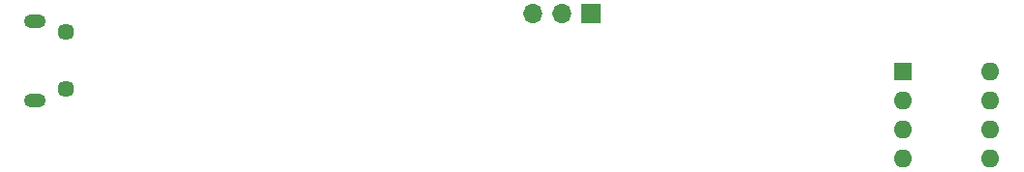
<source format=gbr>
%TF.GenerationSoftware,KiCad,Pcbnew,(7.0.0)*%
%TF.CreationDate,2023-06-08T20:43:27-04:00*%
%TF.ProjectId,tft controller new,74667420-636f-46e7-9472-6f6c6c657220,rev?*%
%TF.SameCoordinates,Original*%
%TF.FileFunction,Soldermask,Bot*%
%TF.FilePolarity,Negative*%
%FSLAX46Y46*%
G04 Gerber Fmt 4.6, Leading zero omitted, Abs format (unit mm)*
G04 Created by KiCad (PCBNEW (7.0.0)) date 2023-06-08 20:43:27*
%MOMM*%
%LPD*%
G01*
G04 APERTURE LIST*
%ADD10O,1.600000X1.600000*%
%ADD11R,1.600000X1.600000*%
%ADD12R,1.700000X1.700000*%
%ADD13O,1.700000X1.700000*%
%ADD14O,1.900000X1.200000*%
%ADD15C,1.450000*%
G04 APERTURE END LIST*
D10*
%TO.C,SW3*%
X145319999Y-98959999D03*
X145319999Y-101499999D03*
X145319999Y-104039999D03*
X145319999Y-106579999D03*
X137699999Y-106579999D03*
X137699999Y-104039999D03*
X137699999Y-101499999D03*
D11*
X137699999Y-98959999D03*
%TD*%
D12*
%TO.C,J3*%
X110424999Y-93824999D03*
D13*
X107884999Y-93824999D03*
X105344999Y-93824999D03*
%TD*%
D14*
%TO.C,J1*%
X61862499Y-94499999D03*
D15*
X64562500Y-95500000D03*
X64562500Y-100500000D03*
D14*
X61862499Y-101499999D03*
%TD*%
M02*

</source>
